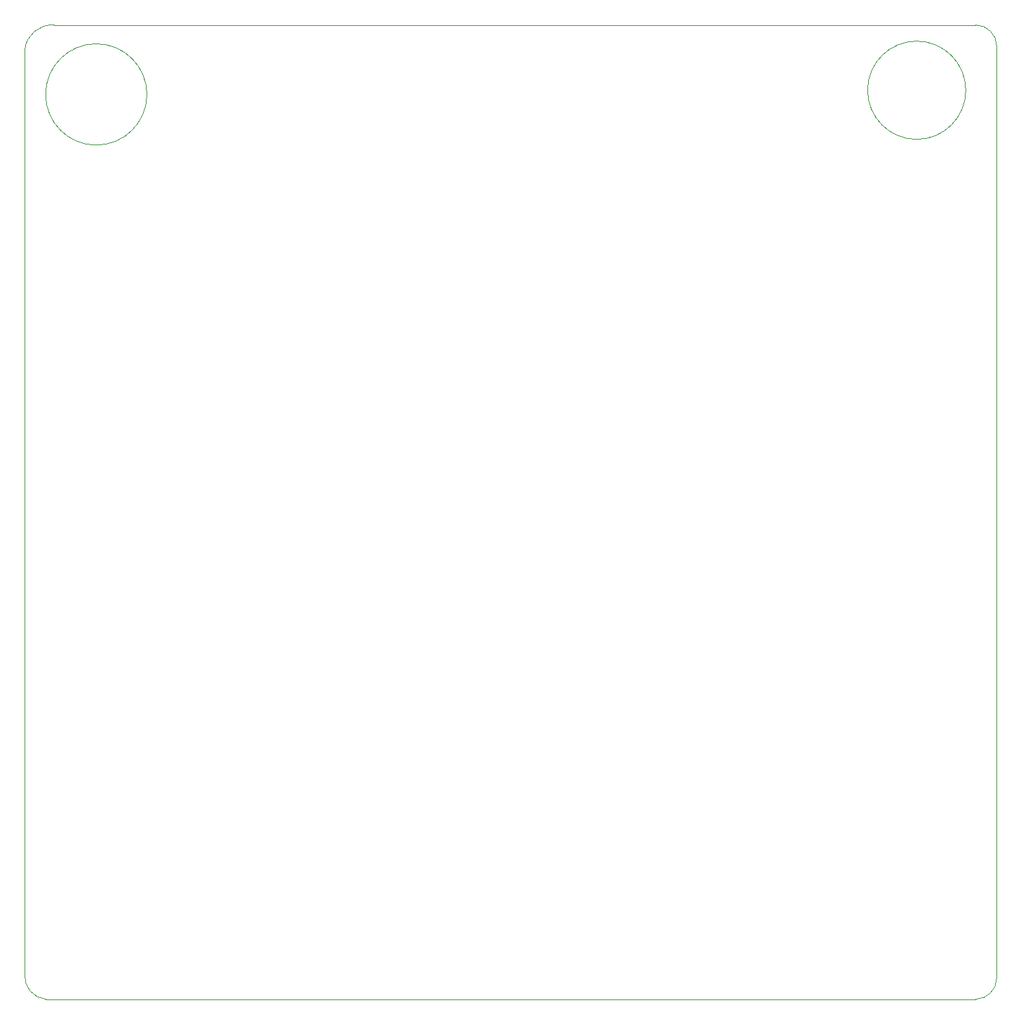
<source format=gm1>
G04 #@! TF.FileFunction,Profile,NP*
%FSLAX46Y46*%
G04 Gerber Fmt 4.6, Leading zero omitted, Abs format (unit mm)*
G04 Created by KiCad (PCBNEW 4.0.2+dfsg1-2~bpo8+1-stable) date Tue 05 Jul 2016 08:57:00 AM CDT*
%MOMM*%
G01*
G04 APERTURE LIST*
%ADD10C,0.100000*%
G04 APERTURE END LIST*
D10*
X19050000Y-134112000D02*
X19177000Y-134112000D01*
X19177000Y-134112000D02*
X19304000Y-134112000D01*
X16510000Y-69850000D02*
X16510000Y-131064000D01*
X19304000Y-134112000D02*
X131318000Y-134112000D01*
X131318000Y-16510000D02*
X20066000Y-16510000D01*
X133858000Y-19050000D02*
X133858000Y-131572000D01*
X20066000Y-16510000D02*
G75*
G03X16510000Y-19558000I-254000J-3302000D01*
G01*
X133858000Y-19050000D02*
G75*
G03X131318000Y-16510000I-2540000J0D01*
G01*
X16510000Y-131064000D02*
G75*
G03X19050000Y-134112000I2794000J-254000D01*
G01*
X131318000Y-134112000D02*
G75*
G03X133858000Y-131572000I0J2540000D01*
G01*
X31263130Y-24892000D02*
G75*
G03X31263130Y-24892000I-6117130J0D01*
G01*
X130135690Y-24384000D02*
G75*
G03X130135690Y-24384000I-5929690J0D01*
G01*
X16510000Y-69850000D02*
X16510000Y-19558000D01*
M02*

</source>
